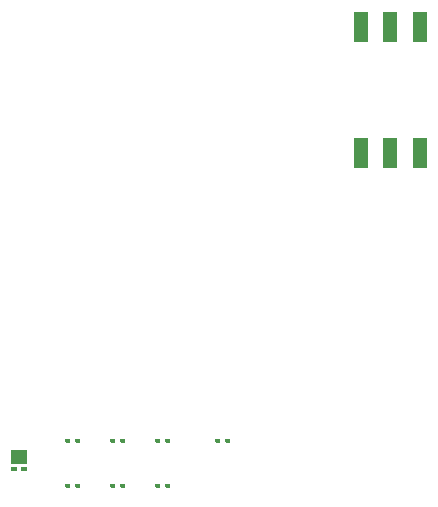
<source format=gtp>
G04 #@! TF.GenerationSoftware,KiCad,Pcbnew,5.1.9+dfsg1-1+deb11u1*
G04 #@! TF.CreationDate,2023-11-08T12:18:59-05:00*
G04 #@! TF.ProjectId,Unit1-04,556e6974-312d-4303-942e-6b696361645f,rev?*
G04 #@! TF.SameCoordinates,Original*
G04 #@! TF.FileFunction,Paste,Top*
G04 #@! TF.FilePolarity,Positive*
%FSLAX46Y46*%
G04 Gerber Fmt 4.6, Leading zero omitted, Abs format (unit mm)*
G04 Created by KiCad (PCBNEW 5.1.9+dfsg1-1+deb11u1) date 2023-11-08 12:18:59*
%MOMM*%
%LPD*%
G01*
G04 APERTURE LIST*
%ADD10R,0.550000X0.380000*%
%ADD11R,1.400000X1.200000*%
%ADD12R,1.250000X2.500000*%
G04 APERTURE END LIST*
D10*
X143225001Y-112925001D03*
X142325001Y-112925001D03*
D11*
X142775001Y-111885001D03*
G36*
G01*
X146658500Y-110580000D02*
X146658500Y-110400000D01*
G75*
G02*
X146748500Y-110310000I90000J0D01*
G01*
X147026500Y-110310000D01*
G75*
G02*
X147116500Y-110400000I0J-90000D01*
G01*
X147116500Y-110580000D01*
G75*
G02*
X147026500Y-110670000I-90000J0D01*
G01*
X146748500Y-110670000D01*
G75*
G02*
X146658500Y-110580000I0J90000D01*
G01*
G37*
G36*
G01*
X147523500Y-110580000D02*
X147523500Y-110400000D01*
G75*
G02*
X147613500Y-110310000I90000J0D01*
G01*
X147891500Y-110310000D01*
G75*
G02*
X147981500Y-110400000I0J-90000D01*
G01*
X147981500Y-110580000D01*
G75*
G02*
X147891500Y-110670000I-90000J0D01*
G01*
X147613500Y-110670000D01*
G75*
G02*
X147523500Y-110580000I0J90000D01*
G01*
G37*
G36*
G01*
X147523500Y-114390000D02*
X147523500Y-114210000D01*
G75*
G02*
X147613500Y-114120000I90000J0D01*
G01*
X147891500Y-114120000D01*
G75*
G02*
X147981500Y-114210000I0J-90000D01*
G01*
X147981500Y-114390000D01*
G75*
G02*
X147891500Y-114480000I-90000J0D01*
G01*
X147613500Y-114480000D01*
G75*
G02*
X147523500Y-114390000I0J90000D01*
G01*
G37*
G36*
G01*
X146658500Y-114390000D02*
X146658500Y-114210000D01*
G75*
G02*
X146748500Y-114120000I90000J0D01*
G01*
X147026500Y-114120000D01*
G75*
G02*
X147116500Y-114210000I0J-90000D01*
G01*
X147116500Y-114390000D01*
G75*
G02*
X147026500Y-114480000I-90000J0D01*
G01*
X146748500Y-114480000D01*
G75*
G02*
X146658500Y-114390000I0J90000D01*
G01*
G37*
G36*
G01*
X151333500Y-110580000D02*
X151333500Y-110400000D01*
G75*
G02*
X151423500Y-110310000I90000J0D01*
G01*
X151701500Y-110310000D01*
G75*
G02*
X151791500Y-110400000I0J-90000D01*
G01*
X151791500Y-110580000D01*
G75*
G02*
X151701500Y-110670000I-90000J0D01*
G01*
X151423500Y-110670000D01*
G75*
G02*
X151333500Y-110580000I0J90000D01*
G01*
G37*
G36*
G01*
X150468500Y-110580000D02*
X150468500Y-110400000D01*
G75*
G02*
X150558500Y-110310000I90000J0D01*
G01*
X150836500Y-110310000D01*
G75*
G02*
X150926500Y-110400000I0J-90000D01*
G01*
X150926500Y-110580000D01*
G75*
G02*
X150836500Y-110670000I-90000J0D01*
G01*
X150558500Y-110670000D01*
G75*
G02*
X150468500Y-110580000I0J90000D01*
G01*
G37*
G36*
G01*
X150468500Y-114390000D02*
X150468500Y-114210000D01*
G75*
G02*
X150558500Y-114120000I90000J0D01*
G01*
X150836500Y-114120000D01*
G75*
G02*
X150926500Y-114210000I0J-90000D01*
G01*
X150926500Y-114390000D01*
G75*
G02*
X150836500Y-114480000I-90000J0D01*
G01*
X150558500Y-114480000D01*
G75*
G02*
X150468500Y-114390000I0J90000D01*
G01*
G37*
G36*
G01*
X151333500Y-114390000D02*
X151333500Y-114210000D01*
G75*
G02*
X151423500Y-114120000I90000J0D01*
G01*
X151701500Y-114120000D01*
G75*
G02*
X151791500Y-114210000I0J-90000D01*
G01*
X151791500Y-114390000D01*
G75*
G02*
X151701500Y-114480000I-90000J0D01*
G01*
X151423500Y-114480000D01*
G75*
G02*
X151333500Y-114390000I0J90000D01*
G01*
G37*
G36*
G01*
X159358500Y-110580000D02*
X159358500Y-110400000D01*
G75*
G02*
X159448500Y-110310000I90000J0D01*
G01*
X159726500Y-110310000D01*
G75*
G02*
X159816500Y-110400000I0J-90000D01*
G01*
X159816500Y-110580000D01*
G75*
G02*
X159726500Y-110670000I-90000J0D01*
G01*
X159448500Y-110670000D01*
G75*
G02*
X159358500Y-110580000I0J90000D01*
G01*
G37*
G36*
G01*
X160223500Y-110580000D02*
X160223500Y-110400000D01*
G75*
G02*
X160313500Y-110310000I90000J0D01*
G01*
X160591500Y-110310000D01*
G75*
G02*
X160681500Y-110400000I0J-90000D01*
G01*
X160681500Y-110580000D01*
G75*
G02*
X160591500Y-110670000I-90000J0D01*
G01*
X160313500Y-110670000D01*
G75*
G02*
X160223500Y-110580000I0J90000D01*
G01*
G37*
G36*
G01*
X155143500Y-110580000D02*
X155143500Y-110400000D01*
G75*
G02*
X155233500Y-110310000I90000J0D01*
G01*
X155511500Y-110310000D01*
G75*
G02*
X155601500Y-110400000I0J-90000D01*
G01*
X155601500Y-110580000D01*
G75*
G02*
X155511500Y-110670000I-90000J0D01*
G01*
X155233500Y-110670000D01*
G75*
G02*
X155143500Y-110580000I0J90000D01*
G01*
G37*
G36*
G01*
X154278500Y-110580000D02*
X154278500Y-110400000D01*
G75*
G02*
X154368500Y-110310000I90000J0D01*
G01*
X154646500Y-110310000D01*
G75*
G02*
X154736500Y-110400000I0J-90000D01*
G01*
X154736500Y-110580000D01*
G75*
G02*
X154646500Y-110670000I-90000J0D01*
G01*
X154368500Y-110670000D01*
G75*
G02*
X154278500Y-110580000I0J90000D01*
G01*
G37*
G36*
G01*
X154278500Y-114390000D02*
X154278500Y-114210000D01*
G75*
G02*
X154368500Y-114120000I90000J0D01*
G01*
X154646500Y-114120000D01*
G75*
G02*
X154736500Y-114210000I0J-90000D01*
G01*
X154736500Y-114390000D01*
G75*
G02*
X154646500Y-114480000I-90000J0D01*
G01*
X154368500Y-114480000D01*
G75*
G02*
X154278500Y-114390000I0J90000D01*
G01*
G37*
G36*
G01*
X155143500Y-114390000D02*
X155143500Y-114210000D01*
G75*
G02*
X155233500Y-114120000I90000J0D01*
G01*
X155511500Y-114120000D01*
G75*
G02*
X155601500Y-114210000I0J-90000D01*
G01*
X155601500Y-114390000D01*
G75*
G02*
X155511500Y-114480000I-90000J0D01*
G01*
X155233500Y-114480000D01*
G75*
G02*
X155143500Y-114390000I0J90000D01*
G01*
G37*
D12*
X176725001Y-75435001D03*
X174225001Y-75435001D03*
X171725001Y-75435001D03*
X176725001Y-86150000D03*
X174225001Y-86150000D03*
X171725001Y-86150000D03*
M02*

</source>
